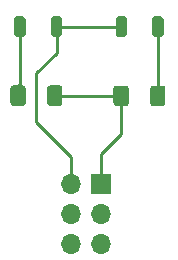
<source format=gbr>
%TF.GenerationSoftware,KiCad,Pcbnew,5.1.10-88a1d61d58~88~ubuntu20.04.1*%
%TF.CreationDate,2021-09-11T09:55:26-04:00*%
%TF.ProjectId,SAO-Alien,53414f2d-416c-4696-956e-2e6b69636164,rev?*%
%TF.SameCoordinates,Original*%
%TF.FileFunction,Copper,L2,Bot*%
%TF.FilePolarity,Positive*%
%FSLAX46Y46*%
G04 Gerber Fmt 4.6, Leading zero omitted, Abs format (unit mm)*
G04 Created by KiCad (PCBNEW 5.1.10-88a1d61d58~88~ubuntu20.04.1) date 2021-09-11 09:55:26*
%MOMM*%
%LPD*%
G01*
G04 APERTURE LIST*
%TA.AperFunction,ComponentPad*%
%ADD10O,1.700000X1.700000*%
%TD*%
%TA.AperFunction,ComponentPad*%
%ADD11R,1.700000X1.700000*%
%TD*%
%TA.AperFunction,Conductor*%
%ADD12C,0.250000*%
%TD*%
G04 APERTURE END LIST*
%TO.P,R2,1*%
%TO.N,+3V3*%
%TA.AperFunction,SMDPad,CuDef*%
G36*
G01*
X134172600Y-81808481D02*
X134172600Y-80558479D01*
G75*
G02*
X134422599Y-80308480I249999J0D01*
G01*
X135222601Y-80308480D01*
G75*
G02*
X135472600Y-80558479I0J-249999D01*
G01*
X135472600Y-81808481D01*
G75*
G02*
X135222601Y-82058480I-249999J0D01*
G01*
X134422599Y-82058480D01*
G75*
G02*
X134172600Y-81808481I0J249999D01*
G01*
G37*
%TD.AperFunction*%
%TO.P,R2,2*%
%TO.N,Net-(D2-Pad2)*%
%TA.AperFunction,SMDPad,CuDef*%
G36*
G01*
X137272600Y-81808481D02*
X137272600Y-80558479D01*
G75*
G02*
X137522599Y-80308480I249999J0D01*
G01*
X138322601Y-80308480D01*
G75*
G02*
X138572600Y-80558479I0J-249999D01*
G01*
X138572600Y-81808481D01*
G75*
G02*
X138322601Y-82058480I-249999J0D01*
G01*
X137522599Y-82058480D01*
G75*
G02*
X137272600Y-81808481I0J249999D01*
G01*
G37*
%TD.AperFunction*%
%TD*%
%TO.P,R1,2*%
%TO.N,Net-(D1-Pad2)*%
%TA.AperFunction,SMDPad,CuDef*%
G36*
G01*
X126745160Y-80548319D02*
X126745160Y-81798321D01*
G75*
G02*
X126495161Y-82048320I-249999J0D01*
G01*
X125695159Y-82048320D01*
G75*
G02*
X125445160Y-81798321I0J249999D01*
G01*
X125445160Y-80548319D01*
G75*
G02*
X125695159Y-80298320I249999J0D01*
G01*
X126495161Y-80298320D01*
G75*
G02*
X126745160Y-80548319I0J-249999D01*
G01*
G37*
%TD.AperFunction*%
%TO.P,R1,1*%
%TO.N,+3V3*%
%TA.AperFunction,SMDPad,CuDef*%
G36*
G01*
X129845160Y-80548319D02*
X129845160Y-81798321D01*
G75*
G02*
X129595161Y-82048320I-249999J0D01*
G01*
X128795159Y-82048320D01*
G75*
G02*
X128545160Y-81798321I0J249999D01*
G01*
X128545160Y-80548319D01*
G75*
G02*
X128795159Y-80298320I249999J0D01*
G01*
X129595161Y-80298320D01*
G75*
G02*
X129845160Y-80548319I0J-249999D01*
G01*
G37*
%TD.AperFunction*%
%TD*%
D10*
%TO.P,J1,6*%
%TO.N,N/C*%
X130606800Y-93705680D03*
%TO.P,J1,5*%
X133146800Y-93705680D03*
%TO.P,J1,4*%
X130606800Y-91165680D03*
%TO.P,J1,3*%
X133146800Y-91165680D03*
%TO.P,J1,2*%
%TO.N,GND*%
X130606800Y-88625680D03*
D11*
%TO.P,J1,1*%
%TO.N,+3V3*%
X133146800Y-88625680D03*
%TD*%
%TO.P,D2,2*%
%TO.N,Net-(D2-Pad2)*%
%TA.AperFunction,SMDPad,CuDef*%
G36*
G01*
X137457760Y-76006160D02*
X137457760Y-74636160D01*
G75*
G02*
X137647760Y-74446160I190000J0D01*
G01*
X138217760Y-74446160D01*
G75*
G02*
X138407760Y-74636160I0J-190000D01*
G01*
X138407760Y-76006160D01*
G75*
G02*
X138217760Y-76196160I-190000J0D01*
G01*
X137647760Y-76196160D01*
G75*
G02*
X137457760Y-76006160I0J190000D01*
G01*
G37*
%TD.AperFunction*%
%TO.P,D2,1*%
%TO.N,GND*%
%TA.AperFunction,SMDPad,CuDef*%
G36*
G01*
X134357760Y-76006160D02*
X134357760Y-74636160D01*
G75*
G02*
X134547760Y-74446160I190000J0D01*
G01*
X135117760Y-74446160D01*
G75*
G02*
X135307760Y-74636160I0J-190000D01*
G01*
X135307760Y-76006160D01*
G75*
G02*
X135117760Y-76196160I-190000J0D01*
G01*
X134547760Y-76196160D01*
G75*
G02*
X134357760Y-76006160I0J190000D01*
G01*
G37*
%TD.AperFunction*%
%TD*%
%TO.P,D1,2*%
%TO.N,Net-(D1-Pad2)*%
%TA.AperFunction,SMDPad,CuDef*%
G36*
G01*
X126722560Y-74641240D02*
X126722560Y-76011240D01*
G75*
G02*
X126532560Y-76201240I-190000J0D01*
G01*
X125962560Y-76201240D01*
G75*
G02*
X125772560Y-76011240I0J190000D01*
G01*
X125772560Y-74641240D01*
G75*
G02*
X125962560Y-74451240I190000J0D01*
G01*
X126532560Y-74451240D01*
G75*
G02*
X126722560Y-74641240I0J-190000D01*
G01*
G37*
%TD.AperFunction*%
%TO.P,D1,1*%
%TO.N,GND*%
%TA.AperFunction,SMDPad,CuDef*%
G36*
G01*
X129822560Y-74641240D02*
X129822560Y-76011240D01*
G75*
G02*
X129632560Y-76201240I-190000J0D01*
G01*
X129062560Y-76201240D01*
G75*
G02*
X128872560Y-76011240I0J190000D01*
G01*
X128872560Y-74641240D01*
G75*
G02*
X129062560Y-74451240I190000J0D01*
G01*
X129632560Y-74451240D01*
G75*
G02*
X129822560Y-74641240I0J-190000D01*
G01*
G37*
%TD.AperFunction*%
%TD*%
D12*
%TO.N,Net-(D1-Pad2)*%
X126095160Y-81173320D02*
X126095160Y-80290000D01*
X126247560Y-81020920D02*
X126095160Y-81173320D01*
X126247560Y-75326240D02*
X126247560Y-81020920D01*
%TO.N,GND*%
X129291680Y-75300840D02*
X129281520Y-75290680D01*
X130606800Y-88625680D02*
X130606800Y-86354920D01*
X130606800Y-86354920D02*
X127650240Y-83398360D01*
X127650240Y-83398360D02*
X127650240Y-79217520D01*
X129347560Y-77520200D02*
X129347560Y-75326240D01*
X127650240Y-79217520D02*
X129347560Y-77520200D01*
X134827680Y-75326240D02*
X134832760Y-75321160D01*
X129347560Y-75326240D02*
X134827680Y-75326240D01*
%TO.N,Net-(D2-Pad2)*%
X137932760Y-81173320D02*
X137922600Y-81183480D01*
X137932760Y-75321160D02*
X137932760Y-81173320D01*
%TO.N,+3V3*%
X129205320Y-81183480D02*
X129195160Y-81173320D01*
X134822600Y-81183480D02*
X129205320Y-81183480D01*
X133146800Y-88625680D02*
X133146800Y-86121240D01*
X134822600Y-84445440D02*
X134822600Y-81183480D01*
X133146800Y-86121240D02*
X134822600Y-84445440D01*
%TD*%
M02*

</source>
